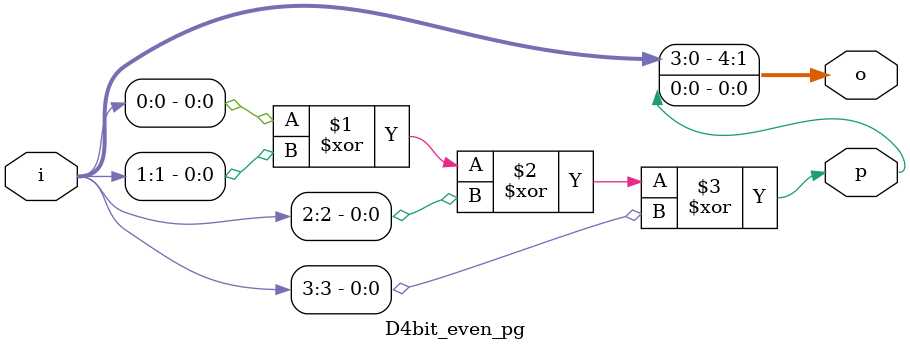
<source format=v>
`timescale 1ns / 1ps
module D4bit_even_pg(o,p,i);
input [3:0]i;
output p;
output [4:0]o;
assign p=i[0]^i[1]^i[2]^i[3];
assign o={i,p};
endmodule
</source>
